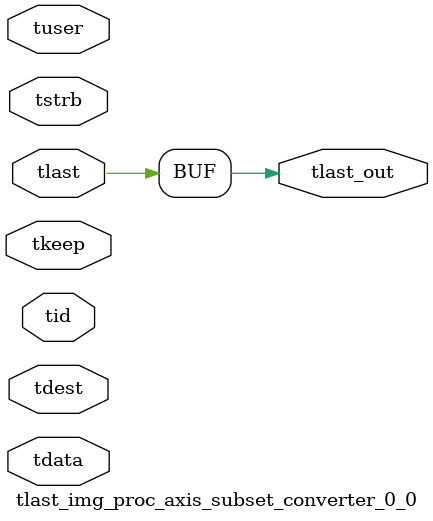
<source format=v>


`timescale 1ps/1ps

module tlast_img_proc_axis_subset_converter_0_0 #
(
parameter C_S_AXIS_TID_WIDTH   = 1,
parameter C_S_AXIS_TUSER_WIDTH = 0,
parameter C_S_AXIS_TDATA_WIDTH = 0,
parameter C_S_AXIS_TDEST_WIDTH = 0
)
(
input  [(C_S_AXIS_TID_WIDTH   == 0 ? 1 : C_S_AXIS_TID_WIDTH)-1:0       ] tid,
input  [(C_S_AXIS_TDATA_WIDTH == 0 ? 1 : C_S_AXIS_TDATA_WIDTH)-1:0     ] tdata,
input  [(C_S_AXIS_TUSER_WIDTH == 0 ? 1 : C_S_AXIS_TUSER_WIDTH)-1:0     ] tuser,
input  [(C_S_AXIS_TDEST_WIDTH == 0 ? 1 : C_S_AXIS_TDEST_WIDTH)-1:0     ] tdest,
input  [(C_S_AXIS_TDATA_WIDTH/8)-1:0 ] tkeep,
input  [(C_S_AXIS_TDATA_WIDTH/8)-1:0 ] tstrb,
input  [0:0]                                                             tlast,
output                                                                   tlast_out
);

assign tlast_out = {tlast};

endmodule


</source>
